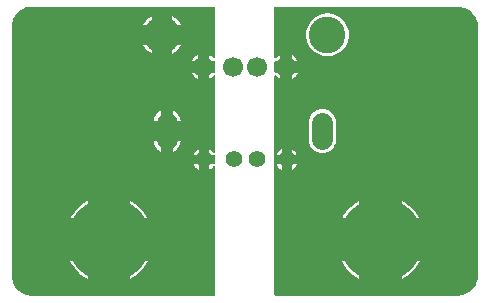
<source format=gtl>
G04 Layer: TopLayer*
G04 EasyEDA v6.5.1, 2022-06-13 06:58:02*
G04 a67cddfb3fce44daa9051d46cbbcc19f,10*
G04 Gerber Generator version 0.2*
G04 Scale: 100 percent, Rotated: No, Reflected: No *
G04 Dimensions in millimeters *
G04 leading zeros omitted , absolute positions ,4 integer and 5 decimal *
%FSLAX45Y45*%
%MOMM*%

%ADD11C,0.6200*%
%ADD12C,1.4000*%
%ADD13C,3.1000*%
%ADD14C,1.7000*%
%ADD15C,7.0000*%
%ADD16C,1.8000*%

%LPD*%
G36*
X200863Y25908D02*
G01*
X182422Y26873D01*
X165557Y29413D01*
X148996Y33578D01*
X132943Y39420D01*
X117500Y46736D01*
X102870Y55575D01*
X89204Y65786D01*
X76606Y77266D01*
X65125Y89966D01*
X55016Y103733D01*
X46278Y118414D01*
X39014Y133858D01*
X33324Y149961D01*
X29209Y166522D01*
X26771Y183438D01*
X25908Y200863D01*
X25908Y2299157D01*
X26873Y2317546D01*
X29413Y2334463D01*
X33578Y2350973D01*
X39420Y2367076D01*
X46736Y2382469D01*
X55575Y2397099D01*
X65786Y2410815D01*
X77266Y2423414D01*
X89966Y2434844D01*
X103733Y2445004D01*
X118414Y2453741D01*
X133858Y2461006D01*
X149961Y2466695D01*
X166522Y2470810D01*
X183438Y2473248D01*
X200863Y2474112D01*
X1739849Y2474112D01*
X1743710Y2473299D01*
X1747012Y2471115D01*
X1749247Y2467813D01*
X1750009Y2463952D01*
X1750009Y2045309D01*
X1749196Y2041347D01*
X1746910Y2037994D01*
X1743506Y2035810D01*
X1739493Y2035149D01*
X1735582Y2036064D01*
X1732330Y2038451D01*
X1727098Y2044192D01*
X1716278Y2053437D01*
X1704339Y2061159D01*
X1698802Y2063851D01*
X1698802Y2013407D01*
X1739849Y2013407D01*
X1743710Y2012645D01*
X1747012Y2010410D01*
X1749247Y2007107D01*
X1750009Y2003247D01*
X1750009Y1925878D01*
X1749247Y1921967D01*
X1747012Y1918665D01*
X1743710Y1916480D01*
X1739849Y1915718D01*
X1698802Y1915718D01*
X1698802Y1865071D01*
X1710436Y1871624D01*
X1721815Y1880107D01*
X1732737Y1890775D01*
X1736039Y1892909D01*
X1739900Y1893671D01*
X1743811Y1892858D01*
X1747062Y1890623D01*
X1749247Y1887372D01*
X1750009Y1883511D01*
X1750009Y1243787D01*
X1749094Y1239621D01*
X1746605Y1236167D01*
X1742897Y1234084D01*
X1738680Y1233678D01*
X1734667Y1235049D01*
X1731518Y1237894D01*
X1729689Y1240536D01*
X1720748Y1250086D01*
X1710639Y1258316D01*
X1699412Y1265123D01*
X1696669Y1266342D01*
X1696669Y1221333D01*
X1739849Y1221333D01*
X1743710Y1220571D01*
X1747012Y1218387D01*
X1749247Y1215085D01*
X1750009Y1211173D01*
X1750009Y1148791D01*
X1749247Y1144930D01*
X1747012Y1141628D01*
X1743710Y1139444D01*
X1739849Y1138631D01*
X1696669Y1138631D01*
X1696669Y1093673D01*
X1699412Y1094841D01*
X1710639Y1101648D01*
X1720748Y1109929D01*
X1729689Y1119479D01*
X1731518Y1122070D01*
X1734667Y1124966D01*
X1738680Y1126337D01*
X1742897Y1125931D01*
X1746605Y1123797D01*
X1749094Y1120394D01*
X1750009Y1116228D01*
X1750009Y36068D01*
X1749247Y32156D01*
X1747012Y28905D01*
X1743710Y26670D01*
X1739849Y25908D01*
G37*

%LPC*%
G36*
X521004Y681329D02*
G01*
X668680Y681329D01*
X668680Y829005D01*
X662076Y825550D01*
X639064Y811123D01*
X617169Y795070D01*
X596442Y777494D01*
X577088Y758494D01*
X559155Y738124D01*
X542747Y716534D01*
X527913Y693775D01*
G37*
G36*
X1569008Y1221333D02*
G01*
X1613966Y1221333D01*
X1613966Y1266342D01*
X1611223Y1265123D01*
X1600047Y1258316D01*
X1589887Y1250086D01*
X1580946Y1240536D01*
X1573377Y1229817D01*
G37*
G36*
X1383792Y2319375D02*
G01*
X1460195Y2319375D01*
X1450035Y2336546D01*
X1438859Y2351430D01*
X1426210Y2365095D01*
X1412240Y2377389D01*
X1397050Y2388209D01*
X1383792Y2395677D01*
G37*
G36*
X1394256Y1246225D02*
G01*
X1404975Y1252169D01*
X1416761Y1260703D01*
X1427378Y1270660D01*
X1436674Y1281887D01*
X1444447Y1294180D01*
X1450644Y1307338D01*
X1455166Y1321206D01*
X1457553Y1333652D01*
X1394256Y1333652D01*
G37*
G36*
X1291539Y1246225D02*
G01*
X1291539Y1333652D01*
X1228293Y1333652D01*
X1230680Y1321206D01*
X1235151Y1307338D01*
X1241348Y1294180D01*
X1249172Y1281887D01*
X1258417Y1270660D01*
X1269034Y1260703D01*
X1280820Y1252169D01*
G37*
G36*
X1228293Y1506372D02*
G01*
X1291539Y1506372D01*
X1291539Y1593748D01*
X1280820Y1587855D01*
X1269034Y1579270D01*
X1258417Y1569313D01*
X1249172Y1558137D01*
X1241348Y1545844D01*
X1235151Y1532686D01*
X1230680Y1518818D01*
G37*
G36*
X1394256Y1506372D02*
G01*
X1457553Y1506372D01*
X1455166Y1518818D01*
X1450644Y1532686D01*
X1444447Y1545844D01*
X1436674Y1558137D01*
X1427378Y1569313D01*
X1416761Y1579270D01*
X1404975Y1587855D01*
X1394256Y1593748D01*
G37*
G36*
X1031341Y681329D02*
G01*
X1179220Y681329D01*
X1164894Y705307D01*
X1149248Y727456D01*
X1132078Y748487D01*
X1113383Y768197D01*
X1093368Y786485D01*
X1072032Y803300D01*
X1049578Y818540D01*
X1031341Y829056D01*
G37*
G36*
X1613966Y1093673D02*
G01*
X1613966Y1138631D01*
X1569008Y1138631D01*
X1573377Y1130198D01*
X1580946Y1119479D01*
X1589887Y1109929D01*
X1600047Y1101648D01*
X1611223Y1094841D01*
G37*
G36*
X1601114Y1865071D02*
G01*
X1601114Y1915718D01*
X1550568Y1915718D01*
X1551635Y1913280D01*
X1559001Y1901139D01*
X1567840Y1890014D01*
X1578051Y1880107D01*
X1589481Y1871624D01*
G37*
G36*
X1031341Y170942D02*
G01*
X1049578Y181457D01*
X1072032Y196697D01*
X1093368Y213512D01*
X1113383Y231800D01*
X1132078Y251510D01*
X1149248Y272491D01*
X1164894Y294690D01*
X1179220Y318617D01*
X1031341Y318617D01*
G37*
G36*
X1550619Y2013407D02*
G01*
X1601114Y2013407D01*
X1601114Y2063851D01*
X1595526Y2061159D01*
X1583639Y2053437D01*
X1572818Y2044192D01*
X1563268Y2033676D01*
X1555140Y2022043D01*
G37*
G36*
X668680Y170942D02*
G01*
X668680Y318617D01*
X521004Y318617D01*
X527913Y306171D01*
X542747Y283464D01*
X559155Y261823D01*
X577088Y241503D01*
X596442Y222453D01*
X617169Y204876D01*
X639064Y188874D01*
X662076Y174447D01*
G37*
G36*
X1383792Y2075484D02*
G01*
X1389075Y2078126D01*
X1404772Y2088134D01*
X1419352Y2099665D01*
X1432712Y2112670D01*
X1444650Y2126996D01*
X1455064Y2142439D01*
X1459992Y2151684D01*
X1383792Y2151684D01*
G37*
G36*
X1216101Y2075484D02*
G01*
X1216101Y2151684D01*
X1139952Y2151684D01*
X1144879Y2142439D01*
X1155293Y2126996D01*
X1167180Y2112670D01*
X1180541Y2099665D01*
X1195120Y2088134D01*
X1210868Y2078126D01*
G37*
G36*
X1139748Y2319375D02*
G01*
X1216101Y2319375D01*
X1216101Y2395677D01*
X1202893Y2388209D01*
X1187704Y2377389D01*
X1173683Y2365095D01*
X1161034Y2351430D01*
X1149858Y2336546D01*
G37*

%LPD*%
G36*
X2260142Y25908D02*
G01*
X2256282Y26670D01*
X2252980Y28905D01*
X2250795Y32156D01*
X2249982Y36068D01*
X2249982Y1133195D01*
X2250998Y1137564D01*
X2253792Y1141069D01*
X2252980Y1141628D01*
X2250795Y1144930D01*
X2249982Y1148791D01*
X2249982Y1211173D01*
X2250795Y1215085D01*
X2252980Y1218387D01*
X2253742Y1218895D01*
X2250998Y1222451D01*
X2249982Y1226820D01*
X2249982Y1883359D01*
X2250744Y1887220D01*
X2252929Y1890522D01*
X2256231Y1892706D01*
X2260092Y1893519D01*
X2263952Y1892807D01*
X2267254Y1890674D01*
X2278075Y1880107D01*
X2289454Y1871624D01*
X2301087Y1865071D01*
X2301087Y1915718D01*
X2260142Y1915718D01*
X2256282Y1916480D01*
X2252980Y1918665D01*
X2250795Y1921967D01*
X2249982Y1925878D01*
X2249982Y2003247D01*
X2250795Y2007107D01*
X2252980Y2010410D01*
X2256282Y2012645D01*
X2260142Y2013407D01*
X2301087Y2013407D01*
X2301087Y2063851D01*
X2295550Y2061159D01*
X2283612Y2053437D01*
X2272792Y2044192D01*
X2267661Y2038553D01*
X2264410Y2036165D01*
X2260498Y2035251D01*
X2256485Y2035911D01*
X2253081Y2038096D01*
X2250795Y2041448D01*
X2249982Y2045411D01*
X2249982Y2463952D01*
X2250795Y2467813D01*
X2252980Y2471115D01*
X2256282Y2473299D01*
X2260142Y2474112D01*
X3799128Y2474112D01*
X3817569Y2473147D01*
X3834434Y2470607D01*
X3850995Y2466390D01*
X3867048Y2460599D01*
X3882491Y2453233D01*
X3897122Y2444445D01*
X3910787Y2434234D01*
X3923436Y2422702D01*
X3934866Y2410002D01*
X3944975Y2396286D01*
X3953713Y2381605D01*
X3960977Y2366162D01*
X3966667Y2350058D01*
X3970782Y2333447D01*
X3973271Y2316581D01*
X3974084Y2299157D01*
X3974084Y200863D01*
X3973169Y182422D01*
X3970578Y165557D01*
X3966413Y148996D01*
X3960622Y132943D01*
X3953256Y117500D01*
X3944416Y102870D01*
X3934206Y89204D01*
X3922725Y76606D01*
X3910025Y65125D01*
X3896258Y55016D01*
X3881577Y46278D01*
X3866134Y39014D01*
X3850030Y33324D01*
X3833469Y29209D01*
X3816553Y26771D01*
X3799840Y25908D01*
G37*

%LPC*%
G36*
X2649829Y1234338D02*
G01*
X2664358Y1234338D01*
X2678836Y1236167D01*
X2692908Y1239774D01*
X2706420Y1245158D01*
X2719171Y1252169D01*
X2730957Y1260703D01*
X2741574Y1270660D01*
X2750870Y1281887D01*
X2758643Y1294180D01*
X2764840Y1307338D01*
X2769362Y1321206D01*
X2772054Y1335481D01*
X2773019Y1350314D01*
X2773019Y1489659D01*
X2772054Y1504543D01*
X2769362Y1518818D01*
X2764840Y1532686D01*
X2758643Y1545844D01*
X2750870Y1558137D01*
X2741574Y1569313D01*
X2730957Y1579270D01*
X2719171Y1587855D01*
X2706420Y1594866D01*
X2692908Y1600200D01*
X2678836Y1603857D01*
X2664358Y1605686D01*
X2649829Y1605686D01*
X2635402Y1603857D01*
X2621280Y1600200D01*
X2607767Y1594866D01*
X2595016Y1587855D01*
X2583230Y1579270D01*
X2572613Y1569313D01*
X2563368Y1558137D01*
X2555544Y1545844D01*
X2549347Y1532686D01*
X2544876Y1518818D01*
X2542133Y1504543D01*
X2541168Y1489659D01*
X2541168Y1350314D01*
X2542133Y1335481D01*
X2544876Y1321206D01*
X2549347Y1307338D01*
X2555544Y1294180D01*
X2563368Y1281887D01*
X2572613Y1270660D01*
X2583230Y1260703D01*
X2595016Y1252169D01*
X2607767Y1245158D01*
X2621280Y1239774D01*
X2635402Y1236167D01*
G37*
G36*
X2968650Y170942D02*
G01*
X2968650Y318617D01*
X2821025Y318617D01*
X2827934Y306171D01*
X2842717Y283464D01*
X2859176Y261823D01*
X2877108Y241503D01*
X2896463Y222453D01*
X2917139Y204876D01*
X2939034Y188874D01*
X2962046Y174447D01*
G37*
G36*
X3331362Y170942D02*
G01*
X3349599Y181457D01*
X3372053Y196697D01*
X3393338Y213512D01*
X3413404Y231800D01*
X3432048Y251510D01*
X3449269Y272491D01*
X3464915Y294690D01*
X3479241Y318617D01*
X3331362Y318617D01*
G37*
G36*
X2699918Y2054656D02*
G01*
X2718562Y2055622D01*
X2736951Y2058466D01*
X2754934Y2063242D01*
X2772359Y2069795D01*
X2789021Y2078126D01*
X2804769Y2088134D01*
X2819349Y2099665D01*
X2832709Y2112670D01*
X2844647Y2126996D01*
X2855010Y2142439D01*
X2863799Y2158847D01*
X2870809Y2176119D01*
X2875991Y2194001D01*
X2879344Y2212340D01*
X2880766Y2230882D01*
X2880309Y2249525D01*
X2877921Y2267966D01*
X2873603Y2286101D01*
X2867507Y2303678D01*
X2859633Y2320544D01*
X2850032Y2336546D01*
X2838856Y2351430D01*
X2826207Y2365095D01*
X2812186Y2377389D01*
X2797048Y2388209D01*
X2780842Y2397353D01*
X2763774Y2404821D01*
X2745994Y2410460D01*
X2727756Y2414270D01*
X2709265Y2416200D01*
X2690622Y2416200D01*
X2672080Y2414270D01*
X2653893Y2410460D01*
X2636113Y2404821D01*
X2619044Y2397353D01*
X2602839Y2388209D01*
X2587701Y2377389D01*
X2573680Y2365095D01*
X2561031Y2351430D01*
X2549855Y2336546D01*
X2540254Y2320544D01*
X2532380Y2303678D01*
X2526233Y2286101D01*
X2521966Y2267966D01*
X2519578Y2249525D01*
X2519121Y2230882D01*
X2520543Y2212340D01*
X2523896Y2194001D01*
X2529078Y2176119D01*
X2536088Y2158847D01*
X2544876Y2142439D01*
X2555240Y2126996D01*
X2567178Y2112670D01*
X2580538Y2099665D01*
X2595118Y2088134D01*
X2610866Y2078126D01*
X2627477Y2069795D01*
X2644952Y2063242D01*
X2662936Y2058466D01*
X2681325Y2055622D01*
G37*
G36*
X2398776Y2013407D02*
G01*
X2449271Y2013407D01*
X2444750Y2022043D01*
X2436622Y2033676D01*
X2427071Y2044192D01*
X2416251Y2053437D01*
X2404364Y2061159D01*
X2398776Y2063851D01*
G37*
G36*
X2821025Y681329D02*
G01*
X2968650Y681329D01*
X2968650Y829005D01*
X2962046Y825550D01*
X2939034Y811123D01*
X2917139Y795070D01*
X2896463Y777494D01*
X2877108Y758494D01*
X2859176Y738124D01*
X2842717Y716534D01*
X2827934Y693775D01*
G37*
G36*
X3331362Y681329D02*
G01*
X3479241Y681329D01*
X3464915Y705307D01*
X3449269Y727456D01*
X3432048Y748487D01*
X3413404Y768197D01*
X3393338Y786485D01*
X3372053Y803300D01*
X3349599Y818540D01*
X3331362Y829056D01*
G37*
G36*
X2398776Y1865071D02*
G01*
X2410460Y1871624D01*
X2421839Y1880107D01*
X2432050Y1890014D01*
X2440889Y1901139D01*
X2448255Y1913280D01*
X2449322Y1915718D01*
X2398776Y1915718D01*
G37*
G36*
X2268524Y1221333D02*
G01*
X2313736Y1221333D01*
X2313736Y1266342D01*
X2310993Y1265123D01*
X2299817Y1258316D01*
X2289657Y1250086D01*
X2280716Y1240536D01*
X2273147Y1229817D01*
X2269185Y1222146D01*
G37*
G36*
X2396439Y1093673D02*
G01*
X2399182Y1094841D01*
X2410409Y1101648D01*
X2420518Y1109929D01*
X2429459Y1119479D01*
X2437028Y1130198D01*
X2441397Y1138631D01*
X2396439Y1138631D01*
G37*
G36*
X2313736Y1093673D02*
G01*
X2313736Y1138631D01*
X2268524Y1138631D01*
X2269185Y1137869D01*
X2273147Y1130198D01*
X2280716Y1119479D01*
X2289657Y1109929D01*
X2299817Y1101648D01*
X2310993Y1094841D01*
G37*
G36*
X2396439Y1221333D02*
G01*
X2441397Y1221333D01*
X2437028Y1229817D01*
X2429459Y1240536D01*
X2420518Y1250086D01*
X2410409Y1258316D01*
X2399182Y1265123D01*
X2396439Y1266342D01*
G37*

%LPD*%
D12*
G01*
X2355093Y1180000D03*
G01*
X1655323Y1180000D03*
G01*
X2105157Y1180000D03*
G01*
X1905259Y1180000D03*
D13*
G01*
X1299956Y2235555D03*
G01*
X2699953Y2235555D03*
D14*
G01*
X2349967Y1964537D03*
G01*
X2099955Y1964537D03*
G01*
X1899955Y1964537D03*
G01*
X1649968Y1964537D03*
D15*
G01*
X850000Y499998D03*
G01*
X3149998Y499998D03*
D11*
G01*
X2331801Y2392293D03*
G01*
X2331801Y1392293D03*
G01*
X2331801Y892294D03*
G01*
X2331801Y392295D03*
G01*
X2831802Y1892294D03*
G01*
X2831802Y1392293D03*
G01*
X2831802Y892294D03*
G01*
X3331801Y2392293D03*
G01*
X3331801Y1892294D03*
G01*
X3331801Y1392293D03*
G01*
X3331801Y892294D03*
G01*
X3831800Y2392293D03*
G01*
X3831800Y1892294D03*
G01*
X3831800Y1392293D03*
G01*
X3831800Y892294D03*
G01*
X3831800Y392295D03*
G01*
X107701Y1892294D03*
G01*
X107708Y1392293D03*
G01*
X107708Y892294D03*
G01*
X107708Y392295D03*
G01*
X199999Y2392293D03*
G01*
X607707Y1392293D03*
G01*
X607707Y892294D03*
G01*
X1107709Y2392293D03*
G01*
X1107709Y1892294D03*
G01*
X1107709Y1392293D03*
G01*
X1107709Y892294D03*
G01*
X1607708Y2392293D03*
G01*
X1607708Y1392293D03*
G01*
X1607708Y892294D03*
G01*
X1607708Y392295D03*
D16*
X2657099Y1350004D02*
G01*
X2657099Y1490004D01*
X1342903Y1350004D02*
G01*
X1342903Y1490004D01*
M02*

</source>
